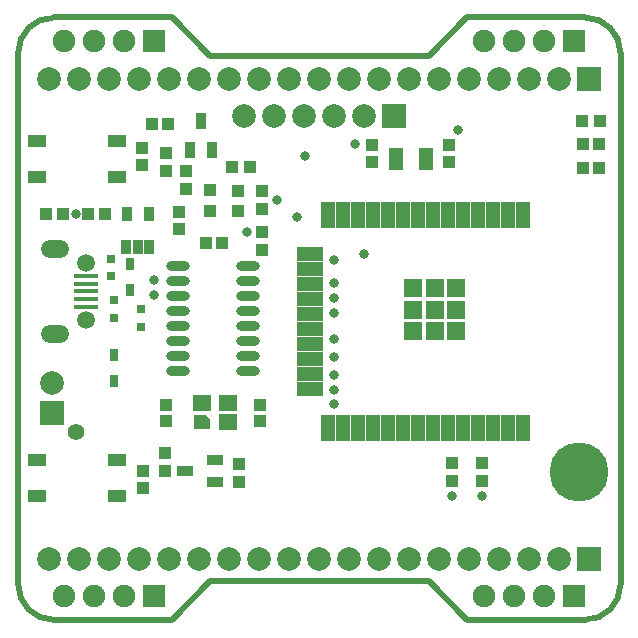
<source format=gts>
G04 Layer_Color=8388736*
%FSLAX44Y44*%
%MOMM*%
G71*
G01*
G75*
%ADD26R,2.0000X0.4000*%
%ADD32C,0.5000*%
%ADD54R,1.0032X1.0032*%
%ADD55R,1.0672X1.0097*%
%ADD56R,0.6582X1.0482*%
%ADD57R,1.0032X1.1032*%
%ADD58R,1.5332X1.5332*%
%ADD59R,1.1532X2.3032*%
%ADD60R,2.3032X1.1532*%
%ADD61R,1.2532X1.9032*%
%ADD62R,1.6032X1.3532*%
%ADD63R,0.7112X0.7112*%
%ADD64R,0.8255X1.3081*%
%ADD65O,2.0032X0.8032*%
%ADD66R,1.6032X1.1032*%
%ADD67R,1.0097X1.0672*%
%ADD68R,1.4532X0.9032*%
%ADD69R,0.9032X1.4532*%
%ADD70R,0.8032X0.8032*%
%ADD71R,1.1032X1.0032*%
%ADD72C,2.0032*%
%ADD73R,2.0032X2.0032*%
%ADD74C,1.4032*%
%ADD75C,5.0000*%
%ADD76R,1.9032X1.9032*%
%ADD77C,1.9032*%
%ADD78R,2.0032X2.0032*%
%ADD79C,1.5032*%
%ADD80O,2.4032X1.5032*%
%ADD81C,0.8032*%
G36*
X161098Y168762D02*
X161098Y161051D01*
X147098D01*
Y172551D01*
X157478Y172552D01*
X161098Y168762D01*
D02*
G37*
D26*
X56100Y290500D02*
D03*
Y284000D02*
D03*
Y277500D02*
D03*
Y271000D02*
D03*
Y264500D02*
D03*
D32*
X478600Y-700D02*
G03*
X508600Y29300I0J30000D01*
G01*
Y479300D02*
G03*
X478600Y509300I-30000J0D01*
G01*
X28600D02*
G03*
X-1400Y479300I0J-30000D01*
G01*
Y29300D02*
G03*
X28600Y-700I30000J0D01*
G01*
X128600Y509300D02*
X161100Y476800D01*
X28600Y509300D02*
X128600D01*
X161100Y476800D02*
X346100D01*
X378600Y509300D02*
X478600D01*
X346100Y476800D02*
X378600Y509300D01*
X346100Y31800D02*
X378600Y-700D01*
X478600D01*
X161100Y31800D02*
X346100D01*
X28600Y-700D02*
X128600D01*
X161100Y31800D01*
X-1400Y29300D02*
Y479300D01*
X508600Y29300D02*
Y479300D01*
D54*
X185000Y345482D02*
D03*
Y362500D02*
D03*
X161100Y345791D02*
D03*
Y362809D02*
D03*
D55*
X205000Y362565D02*
D03*
Y347500D02*
D03*
X366100Y131832D02*
D03*
Y116768D02*
D03*
X185600Y131300D02*
D03*
Y116235D02*
D03*
X391100Y131832D02*
D03*
Y116768D02*
D03*
X123600Y394332D02*
D03*
Y379268D02*
D03*
X205000Y312468D02*
D03*
Y327532D02*
D03*
X122600Y125235D02*
D03*
Y140300D02*
D03*
X141100Y364268D02*
D03*
Y379332D02*
D03*
D56*
X80000Y223475D02*
D03*
Y201525D02*
D03*
X93600Y300275D02*
D03*
Y278325D02*
D03*
D57*
X171599Y318300D02*
D03*
X157601D02*
D03*
X490599Y401800D02*
D03*
X476601D02*
D03*
X490599Y381800D02*
D03*
X476601D02*
D03*
X111601Y419300D02*
D03*
X125599D02*
D03*
X22500Y342500D02*
D03*
X36498D02*
D03*
D58*
X332775Y243449D02*
D03*
Y261799D02*
D03*
Y280149D02*
D03*
X369475D02*
D03*
Y261799D02*
D03*
Y243449D02*
D03*
X351125D02*
D03*
Y280149D02*
D03*
Y261799D02*
D03*
D59*
X426125Y161799D02*
D03*
X413425D02*
D03*
X400726D02*
D03*
X388026D02*
D03*
X375326D02*
D03*
X362626D02*
D03*
X349925D02*
D03*
X337225D02*
D03*
X324525D02*
D03*
X311826D02*
D03*
X299125D02*
D03*
X286425D02*
D03*
X273725D02*
D03*
X261026D02*
D03*
X261024Y341801D02*
D03*
X273724D02*
D03*
X286424D02*
D03*
X299124D02*
D03*
X311824D02*
D03*
X324524D02*
D03*
X337224D02*
D03*
X349924D02*
D03*
X362624D02*
D03*
X375324D02*
D03*
X388024D02*
D03*
X400724D02*
D03*
X413424D02*
D03*
X426124D02*
D03*
D60*
X246075Y194648D02*
D03*
Y207348D02*
D03*
Y220048D02*
D03*
Y232748D02*
D03*
Y245448D02*
D03*
Y258148D02*
D03*
Y270848D02*
D03*
Y283548D02*
D03*
Y296248D02*
D03*
Y308948D02*
D03*
D61*
X318350Y389300D02*
D03*
X343850D02*
D03*
D62*
X176100Y182802D02*
D03*
X154099D02*
D03*
X176100Y166800D02*
D03*
D63*
X154099D02*
D03*
D64*
X109124Y315330D02*
D03*
X99726D02*
D03*
X90075D02*
D03*
X90329Y343270D02*
D03*
X109124D02*
D03*
D65*
X133882Y298750D02*
D03*
Y286050D02*
D03*
Y273350D02*
D03*
Y260650D02*
D03*
Y247950D02*
D03*
Y235250D02*
D03*
Y222550D02*
D03*
Y209850D02*
D03*
X193318Y298750D02*
D03*
Y286050D02*
D03*
Y273350D02*
D03*
Y260650D02*
D03*
Y247950D02*
D03*
Y235250D02*
D03*
Y222550D02*
D03*
Y209850D02*
D03*
D66*
X14600Y404299D02*
D03*
X82600D02*
D03*
X14600Y374299D02*
D03*
X82600D02*
D03*
X14600Y134299D02*
D03*
X82600D02*
D03*
X14600Y104299D02*
D03*
X82600D02*
D03*
D67*
X195032Y382500D02*
D03*
X179968D02*
D03*
X491132Y421800D02*
D03*
X476068D02*
D03*
X57435Y342500D02*
D03*
X72500D02*
D03*
D68*
X140103Y125300D02*
D03*
X165097Y134800D02*
D03*
Y115800D02*
D03*
D69*
X153600Y421797D02*
D03*
X163100Y396803D02*
D03*
X144100D02*
D03*
D70*
X77500Y305000D02*
D03*
Y290000D02*
D03*
X102500Y247500D02*
D03*
Y262500D02*
D03*
X80000Y254999D02*
D03*
Y270000D02*
D03*
D71*
X363600Y401299D02*
D03*
Y387301D02*
D03*
X298600Y401299D02*
D03*
Y387301D02*
D03*
X203600Y167301D02*
D03*
Y181299D02*
D03*
X123600D02*
D03*
Y167301D02*
D03*
X104600Y111302D02*
D03*
Y125300D02*
D03*
X103600Y384801D02*
D03*
Y398799D02*
D03*
X135000Y344499D02*
D03*
Y330501D02*
D03*
D72*
X27500Y200000D02*
D03*
X190100Y425700D02*
D03*
X215500D02*
D03*
X240900D02*
D03*
X266300D02*
D03*
X291700D02*
D03*
X456800Y51100D02*
D03*
X431400D02*
D03*
X406000D02*
D03*
X380600D02*
D03*
X355200D02*
D03*
X329800D02*
D03*
X304400D02*
D03*
X279000D02*
D03*
X253600D02*
D03*
X228200D02*
D03*
X202800D02*
D03*
X177400D02*
D03*
X152000D02*
D03*
X126600D02*
D03*
X101200D02*
D03*
X75800D02*
D03*
X50400D02*
D03*
X25000D02*
D03*
X456800Y457500D02*
D03*
X431400D02*
D03*
X406000D02*
D03*
X380600D02*
D03*
X355200D02*
D03*
X329800D02*
D03*
X304400D02*
D03*
X279000D02*
D03*
X253600D02*
D03*
X228200D02*
D03*
X202800D02*
D03*
X177400D02*
D03*
X152000D02*
D03*
X126600D02*
D03*
X101200D02*
D03*
X75800D02*
D03*
X50400D02*
D03*
X25000D02*
D03*
D73*
X27500Y174600D02*
D03*
D74*
X47500Y158601D02*
D03*
D75*
X473600Y124300D02*
D03*
D76*
X113900Y489300D02*
D03*
X469500Y19300D02*
D03*
X113900D02*
D03*
X469500Y489300D02*
D03*
D77*
X88500D02*
D03*
X63100D02*
D03*
X37700D02*
D03*
X444100Y19300D02*
D03*
X418700D02*
D03*
X393300D02*
D03*
X88500D02*
D03*
X63100D02*
D03*
X37700D02*
D03*
X444100Y489300D02*
D03*
X418700D02*
D03*
X393300D02*
D03*
D78*
X317100Y425700D02*
D03*
X482200Y51100D02*
D03*
Y457500D02*
D03*
D79*
X56178Y253250D02*
D03*
Y301750D02*
D03*
D80*
X29477Y313500D02*
D03*
Y241500D02*
D03*
D81*
X217500Y355000D02*
D03*
X235000Y340000D02*
D03*
X192500Y327500D02*
D03*
X47500Y342500D02*
D03*
X266100Y304300D02*
D03*
X371100Y414300D02*
D03*
X283600Y401800D02*
D03*
X241100Y391800D02*
D03*
X291100Y309300D02*
D03*
X113600Y286800D02*
D03*
X266100Y259300D02*
D03*
Y271800D02*
D03*
Y284300D02*
D03*
X113600Y274300D02*
D03*
X266100Y206800D02*
D03*
Y221800D02*
D03*
Y236800D02*
D03*
Y181800D02*
D03*
Y194300D02*
D03*
X391100Y104300D02*
D03*
X366100D02*
D03*
M02*

</source>
